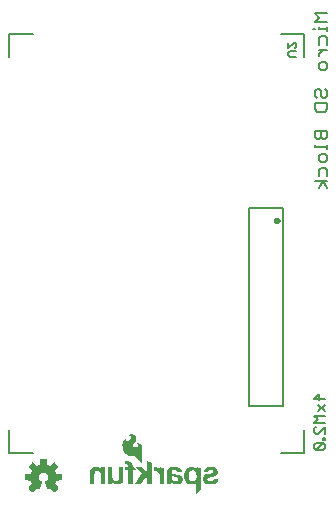
<source format=gbr>
G04 EAGLE Gerber RS-274X export*
G75*
%MOMM*%
%FSLAX34Y34*%
%LPD*%
%INSilkscreen Bottom*%
%IPPOS*%
%AMOC8*
5,1,8,0,0,1.08239X$1,22.5*%
G01*
%ADD10C,0.152400*%
%ADD11C,0.203200*%
%ADD12C,0.304800*%
%ADD13C,0.127000*%

G36*
X67740Y5226D02*
X67740Y5226D01*
X67848Y5236D01*
X67861Y5242D01*
X67875Y5244D01*
X67972Y5292D01*
X68071Y5337D01*
X68084Y5348D01*
X68093Y5352D01*
X68108Y5368D01*
X68185Y5430D01*
X70770Y8015D01*
X70833Y8104D01*
X70899Y8189D01*
X70904Y8202D01*
X70912Y8214D01*
X70943Y8317D01*
X70979Y8420D01*
X70979Y8434D01*
X70983Y8447D01*
X70979Y8555D01*
X70980Y8664D01*
X70975Y8677D01*
X70975Y8691D01*
X70937Y8793D01*
X70902Y8895D01*
X70893Y8910D01*
X70889Y8919D01*
X70875Y8936D01*
X70821Y9018D01*
X68057Y12408D01*
X68614Y13490D01*
X68620Y13510D01*
X68662Y13605D01*
X69033Y14764D01*
X73384Y15207D01*
X73488Y15235D01*
X73594Y15260D01*
X73606Y15267D01*
X73619Y15270D01*
X73709Y15331D01*
X73802Y15388D01*
X73810Y15399D01*
X73822Y15407D01*
X73888Y15493D01*
X73957Y15577D01*
X73961Y15590D01*
X73970Y15601D01*
X74004Y15704D01*
X74043Y15805D01*
X74044Y15823D01*
X74048Y15832D01*
X74048Y15854D01*
X74057Y15952D01*
X74057Y19608D01*
X74040Y19715D01*
X74026Y19823D01*
X74020Y19835D01*
X74018Y19849D01*
X73966Y19945D01*
X73919Y20042D01*
X73909Y20052D01*
X73903Y20064D01*
X73823Y20138D01*
X73747Y20215D01*
X73735Y20221D01*
X73725Y20231D01*
X73626Y20276D01*
X73529Y20324D01*
X73511Y20328D01*
X73502Y20332D01*
X73481Y20334D01*
X73384Y20353D01*
X69033Y20796D01*
X68662Y21955D01*
X68653Y21973D01*
X68651Y21980D01*
X68647Y21987D01*
X68614Y22070D01*
X68057Y23152D01*
X70821Y26542D01*
X70875Y26636D01*
X70932Y26728D01*
X70935Y26741D01*
X70942Y26753D01*
X70963Y26860D01*
X70988Y26965D01*
X70986Y26979D01*
X70989Y26993D01*
X70974Y27100D01*
X70964Y27208D01*
X70958Y27221D01*
X70956Y27235D01*
X70908Y27332D01*
X70863Y27431D01*
X70852Y27444D01*
X70848Y27453D01*
X70832Y27468D01*
X70770Y27545D01*
X68185Y30130D01*
X68096Y30193D01*
X68011Y30259D01*
X67998Y30264D01*
X67986Y30272D01*
X67883Y30303D01*
X67780Y30339D01*
X67766Y30339D01*
X67753Y30343D01*
X67645Y30339D01*
X67536Y30340D01*
X67523Y30335D01*
X67509Y30335D01*
X67407Y30297D01*
X67305Y30262D01*
X67290Y30253D01*
X67281Y30249D01*
X67264Y30235D01*
X67182Y30181D01*
X63792Y27417D01*
X62710Y27974D01*
X62690Y27980D01*
X62595Y28022D01*
X61436Y28393D01*
X60993Y32744D01*
X60965Y32848D01*
X60940Y32954D01*
X60933Y32966D01*
X60930Y32979D01*
X60869Y33069D01*
X60812Y33162D01*
X60801Y33170D01*
X60793Y33182D01*
X60707Y33248D01*
X60623Y33317D01*
X60610Y33321D01*
X60599Y33330D01*
X60496Y33364D01*
X60395Y33403D01*
X60377Y33404D01*
X60368Y33408D01*
X60346Y33408D01*
X60248Y33417D01*
X56592Y33417D01*
X56485Y33400D01*
X56377Y33386D01*
X56365Y33380D01*
X56351Y33378D01*
X56255Y33326D01*
X56158Y33279D01*
X56148Y33269D01*
X56136Y33263D01*
X56062Y33183D01*
X55985Y33107D01*
X55979Y33095D01*
X55969Y33085D01*
X55924Y32986D01*
X55876Y32889D01*
X55872Y32871D01*
X55868Y32862D01*
X55866Y32841D01*
X55847Y32744D01*
X55404Y28393D01*
X54245Y28022D01*
X54227Y28012D01*
X54130Y27974D01*
X53048Y27417D01*
X49658Y30181D01*
X49564Y30235D01*
X49472Y30292D01*
X49459Y30295D01*
X49447Y30302D01*
X49340Y30323D01*
X49235Y30348D01*
X49221Y30346D01*
X49207Y30349D01*
X49100Y30334D01*
X48992Y30324D01*
X48979Y30318D01*
X48966Y30316D01*
X48868Y30268D01*
X48769Y30223D01*
X48756Y30212D01*
X48747Y30208D01*
X48732Y30192D01*
X48655Y30130D01*
X46070Y27545D01*
X46007Y27456D01*
X45941Y27371D01*
X45936Y27358D01*
X45928Y27346D01*
X45897Y27243D01*
X45861Y27140D01*
X45861Y27126D01*
X45857Y27113D01*
X45861Y27005D01*
X45860Y26896D01*
X45865Y26883D01*
X45865Y26869D01*
X45903Y26767D01*
X45938Y26665D01*
X45947Y26650D01*
X45951Y26641D01*
X45965Y26624D01*
X46019Y26542D01*
X48783Y23152D01*
X48226Y22070D01*
X48220Y22050D01*
X48178Y21955D01*
X47807Y20796D01*
X43456Y20353D01*
X43352Y20325D01*
X43246Y20300D01*
X43234Y20293D01*
X43221Y20290D01*
X43131Y20229D01*
X43038Y20172D01*
X43030Y20161D01*
X43018Y20153D01*
X42952Y20067D01*
X42884Y19983D01*
X42879Y19970D01*
X42870Y19959D01*
X42836Y19856D01*
X42797Y19755D01*
X42796Y19737D01*
X42792Y19728D01*
X42793Y19706D01*
X42783Y19608D01*
X42783Y15952D01*
X42800Y15845D01*
X42814Y15737D01*
X42820Y15725D01*
X42822Y15711D01*
X42874Y15615D01*
X42921Y15518D01*
X42931Y15508D01*
X42937Y15496D01*
X43017Y15422D01*
X43093Y15345D01*
X43105Y15339D01*
X43116Y15329D01*
X43214Y15284D01*
X43311Y15236D01*
X43329Y15232D01*
X43338Y15228D01*
X43359Y15226D01*
X43456Y15207D01*
X47807Y14764D01*
X48178Y13605D01*
X48188Y13587D01*
X48226Y13490D01*
X48783Y12408D01*
X46019Y9018D01*
X45965Y8924D01*
X45908Y8832D01*
X45905Y8819D01*
X45898Y8807D01*
X45877Y8700D01*
X45852Y8595D01*
X45854Y8581D01*
X45851Y8567D01*
X45866Y8460D01*
X45876Y8352D01*
X45882Y8339D01*
X45884Y8326D01*
X45932Y8228D01*
X45977Y8129D01*
X45988Y8116D01*
X45992Y8107D01*
X46008Y8092D01*
X46070Y8015D01*
X48655Y5430D01*
X48744Y5367D01*
X48829Y5301D01*
X48842Y5296D01*
X48854Y5288D01*
X48957Y5257D01*
X49060Y5221D01*
X49074Y5221D01*
X49087Y5217D01*
X49195Y5221D01*
X49304Y5220D01*
X49317Y5225D01*
X49331Y5225D01*
X49433Y5263D01*
X49535Y5298D01*
X49550Y5307D01*
X49559Y5311D01*
X49576Y5325D01*
X49658Y5379D01*
X53048Y8143D01*
X54130Y7586D01*
X54183Y7569D01*
X54232Y7543D01*
X54298Y7532D01*
X54362Y7511D01*
X54418Y7512D01*
X54472Y7503D01*
X54539Y7514D01*
X54606Y7515D01*
X54658Y7533D01*
X54713Y7542D01*
X54773Y7574D01*
X54836Y7597D01*
X54879Y7631D01*
X54929Y7657D01*
X54975Y7706D01*
X55027Y7748D01*
X55058Y7795D01*
X55096Y7835D01*
X55152Y7940D01*
X55160Y7953D01*
X55161Y7958D01*
X55165Y7965D01*
X57318Y13162D01*
X57338Y13245D01*
X57343Y13258D01*
X57345Y13274D01*
X57370Y13359D01*
X57369Y13380D01*
X57374Y13400D01*
X57366Y13482D01*
X57367Y13501D01*
X57363Y13521D01*
X57359Y13602D01*
X57352Y13622D01*
X57350Y13643D01*
X57318Y13712D01*
X57312Y13739D01*
X57297Y13763D01*
X57271Y13830D01*
X57258Y13846D01*
X57249Y13865D01*
X57204Y13914D01*
X57184Y13946D01*
X57153Y13971D01*
X57115Y14017D01*
X57092Y14033D01*
X57082Y14043D01*
X57061Y14055D01*
X56996Y14100D01*
X56995Y14101D01*
X56994Y14102D01*
X56095Y14608D01*
X55408Y15252D01*
X54893Y16040D01*
X54581Y16928D01*
X54489Y17865D01*
X54622Y18797D01*
X54973Y19671D01*
X55522Y20436D01*
X56236Y21049D01*
X57076Y21474D01*
X57993Y21688D01*
X58934Y21678D01*
X59846Y21444D01*
X60676Y21001D01*
X61377Y20372D01*
X61909Y19595D01*
X62240Y18714D01*
X62353Y17779D01*
X62245Y16862D01*
X61925Y15994D01*
X61411Y15225D01*
X60732Y14598D01*
X59848Y14103D01*
X59806Y14070D01*
X59764Y14047D01*
X59733Y14014D01*
X59685Y13979D01*
X59673Y13963D01*
X59657Y13950D01*
X59622Y13895D01*
X59597Y13869D01*
X59584Y13839D01*
X59542Y13781D01*
X59536Y13762D01*
X59526Y13745D01*
X59507Y13670D01*
X59497Y13647D01*
X59494Y13623D01*
X59471Y13548D01*
X59472Y13528D01*
X59467Y13508D01*
X59474Y13422D01*
X59473Y13404D01*
X59476Y13388D01*
X59479Y13304D01*
X59487Y13279D01*
X59488Y13265D01*
X59498Y13243D01*
X59522Y13162D01*
X60451Y10919D01*
X60451Y10918D01*
X61382Y8671D01*
X61383Y8671D01*
X61675Y7965D01*
X61704Y7918D01*
X61725Y7866D01*
X61768Y7815D01*
X61804Y7758D01*
X61847Y7723D01*
X61883Y7680D01*
X61940Y7646D01*
X61992Y7603D01*
X62044Y7584D01*
X62092Y7555D01*
X62158Y7541D01*
X62221Y7517D01*
X62276Y7515D01*
X62330Y7504D01*
X62397Y7511D01*
X62464Y7509D01*
X62518Y7525D01*
X62573Y7532D01*
X62684Y7576D01*
X62698Y7580D01*
X62702Y7583D01*
X62710Y7586D01*
X63792Y8143D01*
X67182Y5379D01*
X67276Y5325D01*
X67368Y5268D01*
X67381Y5265D01*
X67393Y5258D01*
X67500Y5237D01*
X67605Y5212D01*
X67619Y5214D01*
X67633Y5211D01*
X67740Y5226D01*
G37*
G36*
X142225Y29039D02*
X142225Y29039D01*
X142225Y29040D01*
X142225Y41840D01*
X142225Y41841D01*
X142025Y43641D01*
X142024Y43641D01*
X142025Y43642D01*
X141825Y44242D01*
X141824Y44242D01*
X141524Y44842D01*
X141524Y44843D01*
X141224Y45343D01*
X141223Y45343D01*
X141223Y45344D01*
X140723Y45644D01*
X140323Y45944D01*
X140322Y45944D01*
X140322Y45945D01*
X139322Y46345D01*
X139321Y46344D01*
X139321Y46345D01*
X138721Y46445D01*
X138720Y46445D01*
X137920Y46445D01*
X137919Y46444D01*
X137919Y46445D01*
X137519Y46345D01*
X137320Y46345D01*
X137319Y46344D01*
X137318Y46344D01*
X137118Y46244D01*
X137117Y46244D01*
X137117Y46242D01*
X137115Y46238D01*
X137117Y46238D01*
X137116Y46236D01*
X137216Y46136D01*
X137218Y46136D01*
X137618Y45936D01*
X137618Y45935D01*
X137917Y45836D01*
X138116Y45636D01*
X138316Y45437D01*
X138516Y45138D01*
X138615Y44839D01*
X138615Y44541D01*
X138515Y44242D01*
X138316Y43843D01*
X138017Y43544D01*
X137718Y43344D01*
X137219Y43145D01*
X136720Y43045D01*
X135921Y43045D01*
X135122Y43245D01*
X134523Y43644D01*
X134124Y44143D01*
X133925Y44741D01*
X133925Y45439D01*
X134224Y46137D01*
X134924Y46937D01*
X135724Y47837D01*
X136424Y48637D01*
X136424Y48638D01*
X136924Y49538D01*
X136924Y49539D01*
X136925Y49539D01*
X137125Y50439D01*
X137125Y50440D01*
X137125Y51240D01*
X137124Y51241D01*
X137125Y51242D01*
X136825Y52142D01*
X136824Y52142D01*
X136824Y52143D01*
X136324Y52843D01*
X136323Y52843D01*
X136323Y52844D01*
X135423Y53644D01*
X135422Y53644D01*
X134322Y54244D01*
X134321Y54244D01*
X134321Y54245D01*
X133221Y54445D01*
X133220Y54445D01*
X132220Y54445D01*
X132219Y54444D01*
X132218Y54445D01*
X131318Y54145D01*
X130518Y53845D01*
X130518Y53844D01*
X129918Y53544D01*
X129917Y53544D01*
X129517Y53244D01*
X129516Y53244D01*
X129416Y53144D01*
X129416Y53142D01*
X129415Y53141D01*
X129416Y53139D01*
X129416Y53137D01*
X129418Y53137D01*
X129420Y53135D01*
X129720Y53135D01*
X129721Y53136D01*
X129722Y53135D01*
X130021Y53235D01*
X130319Y53235D01*
X130719Y53135D01*
X131218Y53035D01*
X131617Y52836D01*
X132016Y52537D01*
X132216Y52238D01*
X132315Y51938D01*
X132316Y51938D01*
X132415Y51738D01*
X132515Y51440D01*
X132415Y51142D01*
X132415Y51141D01*
X132315Y50742D01*
X132116Y50443D01*
X132116Y50442D01*
X131916Y50043D01*
X131617Y49744D01*
X131317Y49544D01*
X130917Y49244D01*
X130618Y49044D01*
X129819Y48645D01*
X129121Y48645D01*
X128822Y48745D01*
X128524Y48943D01*
X128425Y49242D01*
X128325Y49541D01*
X128325Y50340D01*
X128324Y50341D01*
X128325Y50342D01*
X128323Y50342D01*
X128321Y50345D01*
X128319Y50344D01*
X128318Y50344D01*
X127518Y49944D01*
X127517Y49943D01*
X127516Y49943D01*
X126716Y49043D01*
X126016Y47843D01*
X126016Y47842D01*
X126015Y47842D01*
X125515Y46442D01*
X125515Y46441D01*
X125215Y44841D01*
X125216Y44840D01*
X125215Y44840D01*
X125315Y43040D01*
X125316Y43039D01*
X125315Y43039D01*
X125815Y41239D01*
X125816Y41238D01*
X126816Y39438D01*
X126816Y39437D01*
X127516Y38537D01*
X127517Y38537D01*
X127516Y38536D01*
X128316Y37736D01*
X128317Y37736D01*
X129117Y37036D01*
X130117Y36436D01*
X130118Y36436D01*
X130118Y36435D01*
X131118Y36035D01*
X131119Y36036D01*
X131119Y36035D01*
X132219Y35735D01*
X133419Y35535D01*
X133420Y35535D01*
X135320Y35535D01*
X135918Y35435D01*
X136417Y35136D01*
X136917Y34736D01*
X137417Y34336D01*
X137916Y33737D01*
X137917Y33737D01*
X137916Y33736D01*
X139216Y32437D01*
X139716Y31737D01*
X139717Y31737D01*
X139716Y31736D01*
X140316Y31137D01*
X140816Y30537D01*
X140817Y30537D01*
X140816Y30536D01*
X141316Y30037D01*
X141616Y29637D01*
X141617Y29637D01*
X141616Y29636D01*
X141916Y29337D01*
X142116Y29037D01*
X142119Y29036D01*
X142120Y29035D01*
X142220Y29035D01*
X142225Y29039D01*
G37*
G36*
X187921Y3537D02*
X187921Y3537D01*
X187924Y3536D01*
X188823Y4436D01*
X190323Y5636D01*
X190323Y5637D01*
X190324Y5636D01*
X191223Y6536D01*
X191723Y6936D01*
X191724Y6939D01*
X191725Y6940D01*
X191725Y25440D01*
X191722Y25443D01*
X191721Y25445D01*
X191321Y25545D01*
X190821Y25645D01*
X190820Y25645D01*
X190321Y25645D01*
X189921Y25745D01*
X189421Y25845D01*
X189021Y25945D01*
X188021Y26145D01*
X188020Y26144D01*
X188015Y26142D01*
X188016Y26141D01*
X188015Y26140D01*
X188015Y24354D01*
X187624Y24843D01*
X187624Y24844D01*
X187224Y25244D01*
X187223Y25244D01*
X186723Y25644D01*
X185723Y26244D01*
X185721Y26244D01*
X185721Y26245D01*
X184521Y26445D01*
X184520Y26445D01*
X183820Y26445D01*
X183760Y26441D01*
X183685Y26436D01*
X183611Y26431D01*
X183610Y26431D01*
X183536Y26426D01*
X183462Y26421D01*
X183461Y26421D01*
X183387Y26416D01*
X183312Y26411D01*
X183238Y26406D01*
X183163Y26401D01*
X183089Y26396D01*
X183014Y26391D01*
X182940Y26386D01*
X182865Y26381D01*
X182791Y26376D01*
X182716Y26371D01*
X182642Y26366D01*
X182567Y26361D01*
X182493Y26357D01*
X182418Y26352D01*
X182344Y26347D01*
X182343Y26347D01*
X182320Y26345D01*
X182319Y26344D01*
X182318Y26345D01*
X180918Y25845D01*
X180918Y25844D01*
X180917Y25844D01*
X179817Y25144D01*
X179817Y25143D01*
X179816Y25143D01*
X178916Y24143D01*
X178216Y23043D01*
X178216Y23042D01*
X178215Y23041D01*
X177815Y21741D01*
X177515Y20341D01*
X177515Y20340D01*
X177415Y18840D01*
X177515Y17440D01*
X177515Y17439D01*
X177815Y16139D01*
X177816Y16139D01*
X177815Y16138D01*
X178315Y14938D01*
X178316Y14938D01*
X178916Y13838D01*
X178917Y13837D01*
X178916Y13836D01*
X179816Y12936D01*
X179817Y12936D01*
X180917Y12136D01*
X180918Y12136D01*
X180918Y12135D01*
X182118Y11735D01*
X182119Y11736D01*
X182119Y11735D01*
X183619Y11535D01*
X183620Y11536D01*
X183621Y11535D01*
X185421Y11835D01*
X185421Y11836D01*
X185422Y11836D01*
X186022Y12136D01*
X186023Y12136D01*
X187023Y12736D01*
X187023Y12737D01*
X187024Y12737D01*
X187424Y13237D01*
X187822Y13735D01*
X187915Y13735D01*
X187915Y3540D01*
X187916Y3539D01*
X187916Y3537D01*
X187918Y3537D01*
X187919Y3535D01*
X187921Y3537D01*
G37*
G36*
X171921Y11535D02*
X171921Y11535D01*
X172421Y11635D01*
X172920Y11635D01*
X172921Y11636D01*
X172921Y11635D01*
X173321Y11735D01*
X173322Y11736D01*
X173322Y11735D01*
X173822Y11935D01*
X173822Y11936D01*
X174222Y12136D01*
X174223Y12136D01*
X174522Y12336D01*
X174922Y12536D01*
X174923Y12537D01*
X174924Y12536D01*
X175224Y12836D01*
X175224Y12837D01*
X175424Y13137D01*
X175724Y13537D01*
X175924Y13837D01*
X175924Y13839D01*
X175925Y13839D01*
X176025Y14338D01*
X176224Y14738D01*
X176224Y14739D01*
X176225Y14739D01*
X176225Y14740D01*
X176225Y15240D01*
X176325Y15739D01*
X176324Y15740D01*
X176325Y15741D01*
X176125Y16841D01*
X176125Y16842D01*
X175825Y17742D01*
X175824Y17742D01*
X175424Y18442D01*
X175423Y18443D01*
X175423Y18444D01*
X174723Y19044D01*
X174722Y19044D01*
X174022Y19444D01*
X174022Y19445D01*
X173222Y19745D01*
X173221Y19745D01*
X172421Y19945D01*
X169721Y20245D01*
X169021Y20345D01*
X168321Y20545D01*
X167722Y20745D01*
X167223Y21044D01*
X166925Y21442D01*
X166925Y22539D01*
X167224Y23137D01*
X167324Y23236D01*
X167324Y23238D01*
X167424Y23436D01*
X168021Y23735D01*
X168220Y23735D01*
X168221Y23736D01*
X168222Y23736D01*
X168421Y23835D01*
X170219Y23835D01*
X171217Y23336D01*
X171616Y22937D01*
X171715Y22738D01*
X171815Y22438D01*
X171816Y22438D01*
X171915Y22239D01*
X171915Y21740D01*
X171919Y21735D01*
X171920Y21735D01*
X175820Y21735D01*
X175821Y21736D01*
X175825Y21739D01*
X175824Y21740D01*
X175825Y21740D01*
X175825Y21741D01*
X175625Y22941D01*
X175624Y22941D01*
X175625Y22942D01*
X175425Y23542D01*
X175424Y23542D01*
X175424Y23543D01*
X175124Y23943D01*
X174824Y24443D01*
X174524Y24843D01*
X174523Y24843D01*
X174523Y24844D01*
X174123Y25144D01*
X173123Y25744D01*
X173122Y25744D01*
X173122Y25745D01*
X172622Y25945D01*
X172621Y25944D01*
X172621Y25945D01*
X172121Y26045D01*
X171522Y26245D01*
X171521Y26245D01*
X170921Y26345D01*
X170421Y26445D01*
X170420Y26445D01*
X168120Y26445D01*
X168119Y26445D01*
X167620Y26345D01*
X167020Y26345D01*
X167019Y26345D01*
X166519Y26245D01*
X166519Y26244D01*
X166518Y26245D01*
X166019Y26045D01*
X165519Y25945D01*
X165519Y25944D01*
X165518Y25945D01*
X165018Y25745D01*
X165018Y25744D01*
X165017Y25744D01*
X163817Y24844D01*
X163817Y24843D01*
X163816Y24843D01*
X163516Y24443D01*
X163516Y24442D01*
X163316Y24042D01*
X163315Y24042D01*
X163115Y23542D01*
X163116Y23541D01*
X163115Y23541D01*
X163015Y23041D01*
X163015Y23040D01*
X163015Y14341D01*
X162916Y14142D01*
X162916Y14141D01*
X162915Y14140D01*
X162915Y13241D01*
X162816Y13042D01*
X162815Y13041D01*
X162816Y13041D01*
X162815Y13040D01*
X162815Y12841D01*
X162716Y12642D01*
X162716Y12641D01*
X162715Y12640D01*
X162715Y12341D01*
X162616Y12143D01*
X162516Y12044D01*
X162516Y12041D01*
X162515Y12040D01*
X162515Y11940D01*
X162519Y11935D01*
X162520Y11935D01*
X166420Y11935D01*
X166425Y11939D01*
X166425Y11940D01*
X166425Y12038D01*
X166524Y12136D01*
X166524Y12139D01*
X166525Y12140D01*
X166525Y12238D01*
X166624Y12336D01*
X166624Y12338D01*
X166625Y12339D01*
X166625Y12340D01*
X166625Y12638D01*
X166724Y12736D01*
X166724Y12739D01*
X166725Y12740D01*
X166725Y13324D01*
X166916Y13037D01*
X166917Y13037D01*
X166917Y13036D01*
X167217Y12836D01*
X167416Y12636D01*
X167417Y12636D01*
X167717Y12436D01*
X167718Y12436D01*
X167718Y12435D01*
X168018Y12336D01*
X168317Y12136D01*
X168318Y12136D01*
X168318Y12135D01*
X169518Y11735D01*
X169519Y11736D01*
X169520Y11735D01*
X169819Y11735D01*
X170118Y11635D01*
X170119Y11636D01*
X170120Y11635D01*
X170519Y11635D01*
X170818Y11535D01*
X170819Y11536D01*
X170820Y11535D01*
X171920Y11535D01*
X171921Y11535D01*
G37*
G36*
X140922Y11937D02*
X140922Y11937D01*
X140924Y11937D01*
X144821Y18232D01*
X146315Y16838D01*
X146315Y11940D01*
X146319Y11935D01*
X146320Y11935D01*
X150220Y11935D01*
X150225Y11939D01*
X150225Y11940D01*
X150225Y29340D01*
X150223Y29342D01*
X150222Y29344D01*
X146322Y31444D01*
X146321Y31444D01*
X146321Y31445D01*
X146319Y31444D01*
X146316Y31443D01*
X146316Y31441D01*
X146315Y31440D01*
X146315Y21052D01*
X141424Y26143D01*
X141421Y26144D01*
X141420Y26145D01*
X136820Y26145D01*
X136819Y26144D01*
X136817Y26144D01*
X136817Y26142D01*
X136815Y26141D01*
X136817Y26139D01*
X136817Y26136D01*
X142114Y20939D01*
X136216Y11943D01*
X136216Y11941D01*
X136215Y11941D01*
X136216Y11939D01*
X136217Y11936D01*
X136219Y11937D01*
X136220Y11935D01*
X140920Y11935D01*
X140922Y11937D01*
G37*
G36*
X101425Y11939D02*
X101425Y11939D01*
X101425Y11940D01*
X101425Y19940D01*
X101525Y20739D01*
X101625Y21439D01*
X101725Y22038D01*
X102024Y22537D01*
X102323Y22936D01*
X102822Y23235D01*
X103321Y23335D01*
X103920Y23435D01*
X104719Y23335D01*
X105318Y23235D01*
X105817Y22936D01*
X106216Y22437D01*
X106516Y21938D01*
X106815Y21239D01*
X106915Y20339D01*
X106915Y11940D01*
X106919Y11935D01*
X106920Y11935D01*
X110820Y11935D01*
X110825Y11939D01*
X110825Y11940D01*
X110825Y26140D01*
X110821Y26145D01*
X110820Y26145D01*
X107120Y26145D01*
X107115Y26141D01*
X107115Y26140D01*
X107115Y24145D01*
X107023Y24145D01*
X106624Y24743D01*
X106624Y24744D01*
X106224Y25144D01*
X106223Y25144D01*
X105723Y25544D01*
X105123Y25944D01*
X105122Y25944D01*
X105122Y25945D01*
X103922Y26345D01*
X103921Y26345D01*
X103321Y26445D01*
X103320Y26445D01*
X102720Y26445D01*
X102703Y26444D01*
X102633Y26439D01*
X102564Y26434D01*
X102494Y26429D01*
X102425Y26424D01*
X102355Y26419D01*
X102286Y26414D01*
X102216Y26409D01*
X102147Y26404D01*
X102146Y26404D01*
X102077Y26399D01*
X102007Y26394D01*
X101938Y26389D01*
X101868Y26384D01*
X101799Y26379D01*
X101729Y26374D01*
X101660Y26369D01*
X101590Y26364D01*
X101520Y26359D01*
X101451Y26354D01*
X101381Y26349D01*
X101320Y26345D01*
X101319Y26345D01*
X100219Y26045D01*
X100218Y26044D01*
X99318Y25544D01*
X99317Y25543D01*
X99316Y25544D01*
X98616Y24844D01*
X98616Y24843D01*
X98116Y24043D01*
X98116Y24042D01*
X98115Y24041D01*
X97815Y23041D01*
X97615Y21941D01*
X97615Y21940D01*
X97515Y20640D01*
X97515Y11940D01*
X97519Y11935D01*
X97520Y11935D01*
X101420Y11935D01*
X101425Y11939D01*
G37*
G36*
X122420Y11635D02*
X122420Y11635D01*
X122421Y11636D01*
X122422Y11635D01*
X123522Y12035D01*
X123522Y12036D01*
X124422Y12536D01*
X124423Y12536D01*
X125123Y13136D01*
X125123Y13137D01*
X125124Y13138D01*
X125624Y14038D01*
X125625Y14039D01*
X125925Y15039D01*
X126125Y16139D01*
X126125Y16140D01*
X126125Y26140D01*
X126121Y26145D01*
X126120Y26145D01*
X122320Y26145D01*
X122315Y26141D01*
X122315Y26140D01*
X122315Y18140D01*
X122115Y16541D01*
X122015Y15942D01*
X121716Y15543D01*
X121417Y15144D01*
X120918Y14845D01*
X120419Y14745D01*
X119820Y14645D01*
X119021Y14745D01*
X118422Y14845D01*
X117923Y15144D01*
X117524Y15543D01*
X117225Y16142D01*
X116925Y16841D01*
X116825Y17640D01*
X116825Y26140D01*
X116821Y26145D01*
X116820Y26145D01*
X112920Y26145D01*
X112915Y26141D01*
X112915Y26140D01*
X112915Y11940D01*
X112919Y11935D01*
X112920Y11935D01*
X116620Y11935D01*
X116625Y11939D01*
X116625Y11940D01*
X116625Y13935D01*
X116717Y13935D01*
X117116Y13337D01*
X117516Y12837D01*
X117517Y12837D01*
X117517Y12836D01*
X118017Y12436D01*
X118018Y12436D01*
X118618Y12136D01*
X118618Y12135D01*
X119118Y11935D01*
X119718Y11735D01*
X119719Y11736D01*
X119719Y11735D01*
X120419Y11635D01*
X121019Y11535D01*
X121020Y11536D01*
X121020Y11535D01*
X122420Y11635D01*
G37*
G36*
X201020Y11635D02*
X201020Y11635D01*
X201021Y11635D01*
X202221Y11835D01*
X203321Y12135D01*
X203322Y12136D01*
X204322Y12636D01*
X204323Y12636D01*
X205123Y13336D01*
X205123Y13337D01*
X205124Y13337D01*
X205824Y14237D01*
X205824Y14238D01*
X205825Y14238D01*
X206225Y15238D01*
X206224Y15239D01*
X206225Y15239D01*
X206425Y16539D01*
X206425Y16540D01*
X206421Y16545D01*
X206421Y16544D01*
X206420Y16545D01*
X202720Y16545D01*
X202715Y16541D01*
X202715Y16540D01*
X202715Y15941D01*
X202516Y15443D01*
X202216Y15044D01*
X201817Y14744D01*
X201418Y14445D01*
X200819Y14345D01*
X200319Y14245D01*
X199720Y14145D01*
X199321Y14245D01*
X199320Y14244D01*
X199320Y14245D01*
X198921Y14245D01*
X198522Y14345D01*
X198123Y14544D01*
X197723Y14844D01*
X197425Y15143D01*
X197325Y15541D01*
X197225Y15940D01*
X197325Y16338D01*
X197524Y16737D01*
X197923Y17036D01*
X198422Y17335D01*
X199021Y17535D01*
X200621Y17935D01*
X201621Y18135D01*
X202521Y18335D01*
X202521Y18336D01*
X202522Y18335D01*
X203322Y18635D01*
X204022Y18935D01*
X204022Y18936D01*
X204722Y19336D01*
X204723Y19336D01*
X205323Y19736D01*
X205323Y19737D01*
X205324Y19737D01*
X205724Y20337D01*
X205724Y20338D01*
X205725Y20338D01*
X206025Y21038D01*
X206024Y21039D01*
X206025Y21039D01*
X206125Y21939D01*
X206125Y21940D01*
X206025Y23140D01*
X206024Y23141D01*
X206025Y23142D01*
X205625Y24142D01*
X205624Y24142D01*
X205624Y24143D01*
X204924Y24943D01*
X204923Y24943D01*
X204923Y24944D01*
X204223Y25544D01*
X204222Y25544D01*
X203222Y26044D01*
X203221Y26044D01*
X203221Y26045D01*
X202221Y26245D01*
X201121Y26445D01*
X201120Y26445D01*
X198820Y26445D01*
X198819Y26445D01*
X197719Y26245D01*
X196719Y25945D01*
X196718Y25944D01*
X196718Y25945D01*
X195818Y25545D01*
X195818Y25544D01*
X195817Y25544D01*
X195017Y24944D01*
X195017Y24943D01*
X195016Y24943D01*
X194416Y24143D01*
X194416Y24142D01*
X193916Y23142D01*
X193916Y23141D01*
X193915Y23141D01*
X193715Y21941D01*
X193716Y21940D01*
X193719Y21935D01*
X193719Y21936D01*
X193720Y21935D01*
X197420Y21935D01*
X197424Y21938D01*
X197425Y21939D01*
X197525Y22439D01*
X197724Y22938D01*
X197924Y23236D01*
X198222Y23436D01*
X198622Y23636D01*
X199121Y23835D01*
X200819Y23835D01*
X201118Y23735D01*
X201119Y23735D01*
X201519Y23635D01*
X201817Y23536D01*
X202215Y22938D01*
X202215Y22541D01*
X202115Y22142D01*
X201816Y21744D01*
X201417Y21444D01*
X200818Y21145D01*
X200219Y20945D01*
X199419Y20845D01*
X197019Y20245D01*
X196119Y20045D01*
X196118Y20044D01*
X194718Y19244D01*
X194717Y19244D01*
X194117Y18744D01*
X194117Y18743D01*
X194116Y18743D01*
X193716Y18143D01*
X193716Y18142D01*
X193715Y18142D01*
X193415Y17442D01*
X193416Y17441D01*
X193415Y17441D01*
X193315Y16541D01*
X193316Y16540D01*
X193315Y16539D01*
X193515Y15239D01*
X193516Y15239D01*
X193515Y15238D01*
X193915Y14138D01*
X193916Y14138D01*
X193916Y14137D01*
X194516Y13337D01*
X194517Y13337D01*
X194517Y13336D01*
X195317Y12636D01*
X195318Y12636D01*
X196318Y12136D01*
X196319Y12135D01*
X197419Y11835D01*
X198619Y11635D01*
X198620Y11635D01*
X199820Y11535D01*
X201020Y11635D01*
G37*
G36*
X133825Y11939D02*
X133825Y11939D01*
X133825Y11940D01*
X133825Y23535D01*
X137720Y23535D01*
X137722Y23536D01*
X137724Y23537D01*
X137723Y23538D01*
X137725Y23539D01*
X137723Y23541D01*
X137723Y23544D01*
X137323Y23844D01*
X135724Y25444D01*
X135723Y25444D01*
X135324Y25744D01*
X135024Y26143D01*
X135021Y26144D01*
X135020Y26145D01*
X133825Y26145D01*
X133825Y28140D01*
X133824Y28141D01*
X133825Y28142D01*
X133525Y28942D01*
X133225Y29642D01*
X133224Y29642D01*
X133224Y29643D01*
X132724Y30243D01*
X132723Y30243D01*
X132723Y30244D01*
X132023Y30744D01*
X132022Y30744D01*
X131222Y31144D01*
X131221Y31145D01*
X130221Y31445D01*
X130221Y31444D01*
X130220Y31445D01*
X127320Y31445D01*
X127319Y31444D01*
X127318Y31444D01*
X127118Y31344D01*
X127117Y31341D01*
X127115Y31340D01*
X127115Y28540D01*
X127119Y28535D01*
X127120Y28535D01*
X128819Y28535D01*
X129218Y28435D01*
X129617Y28236D01*
X129816Y27938D01*
X129915Y27739D01*
X129915Y27340D01*
X129916Y27339D01*
X129915Y27339D01*
X130015Y26939D01*
X130015Y26145D01*
X127320Y26145D01*
X127315Y26141D01*
X127315Y26140D01*
X127315Y23540D01*
X127319Y23535D01*
X127320Y23535D01*
X130015Y23535D01*
X130015Y11940D01*
X130019Y11935D01*
X130020Y11935D01*
X133820Y11935D01*
X133825Y11939D01*
G37*
G36*
X160825Y11939D02*
X160825Y11939D01*
X160825Y11940D01*
X160825Y25440D01*
X160822Y25444D01*
X160821Y25445D01*
X160321Y25545D01*
X159921Y25645D01*
X159920Y25644D01*
X159920Y25645D01*
X159420Y25645D01*
X158921Y25745D01*
X158521Y25845D01*
X158021Y25945D01*
X157521Y26045D01*
X157121Y26145D01*
X157120Y26144D01*
X157115Y26142D01*
X157116Y26141D01*
X157115Y26140D01*
X157115Y23459D01*
X156724Y24142D01*
X156724Y24143D01*
X156324Y24643D01*
X155824Y25243D01*
X155823Y25243D01*
X155823Y25244D01*
X155323Y25644D01*
X155322Y25644D01*
X154622Y26044D01*
X154622Y26045D01*
X154022Y26245D01*
X154021Y26245D01*
X153321Y26445D01*
X153321Y26444D01*
X153320Y26445D01*
X151920Y26445D01*
X151918Y26443D01*
X151916Y26444D01*
X151818Y26345D01*
X151720Y26345D01*
X151715Y26341D01*
X151715Y26340D01*
X151715Y22740D01*
X151719Y22735D01*
X151720Y22735D01*
X151820Y22735D01*
X151821Y22736D01*
X151822Y22736D01*
X152021Y22835D01*
X153120Y22835D01*
X154119Y22735D01*
X154918Y22535D01*
X155617Y22136D01*
X156116Y21537D01*
X156515Y20838D01*
X156715Y20139D01*
X156915Y19239D01*
X156915Y11940D01*
X156919Y11935D01*
X156920Y11935D01*
X160820Y11935D01*
X160825Y11939D01*
G37*
%LPC*%
G36*
X183821Y14645D02*
X183821Y14645D01*
X183022Y14845D01*
X182424Y15343D01*
X182024Y15843D01*
X181725Y16542D01*
X181425Y17341D01*
X181325Y18140D01*
X181325Y19840D01*
X181425Y20639D01*
X181725Y21438D01*
X182024Y22137D01*
X182523Y22736D01*
X183122Y23136D01*
X183821Y23435D01*
X184720Y23535D01*
X185519Y23435D01*
X186317Y23136D01*
X186817Y22736D01*
X187316Y22137D01*
X187615Y21438D01*
X187915Y20639D01*
X188015Y19840D01*
X188015Y18141D01*
X187815Y17341D01*
X187615Y16542D01*
X187316Y15843D01*
X186817Y15344D01*
X186218Y14844D01*
X185519Y14645D01*
X184620Y14545D01*
X183821Y14645D01*
G37*
%LPD*%
%LPC*%
G36*
X170020Y14145D02*
X170020Y14145D01*
X169521Y14245D01*
X169520Y14245D01*
X169021Y14245D01*
X168622Y14444D01*
X168621Y14445D01*
X168222Y14545D01*
X167923Y14744D01*
X167724Y14943D01*
X167524Y15243D01*
X167524Y15244D01*
X167324Y15443D01*
X167225Y15742D01*
X167125Y16042D01*
X167124Y16042D01*
X167025Y16242D01*
X166925Y16541D01*
X166925Y18828D01*
X167116Y18636D01*
X167119Y18636D01*
X167120Y18635D01*
X167319Y18635D01*
X167718Y18436D01*
X167719Y18436D01*
X167720Y18435D01*
X167919Y18435D01*
X168118Y18336D01*
X168119Y18336D01*
X168120Y18335D01*
X168519Y18335D01*
X168718Y18236D01*
X168719Y18236D01*
X168720Y18235D01*
X168919Y18235D01*
X169218Y18135D01*
X169219Y18136D01*
X169220Y18135D01*
X169619Y18135D01*
X169918Y18035D01*
X169919Y18036D01*
X169920Y18035D01*
X170319Y18035D01*
X170518Y17936D01*
X170519Y17936D01*
X170520Y17935D01*
X170719Y17935D01*
X171018Y17835D01*
X171217Y17736D01*
X171316Y17636D01*
X171318Y17636D01*
X171717Y17436D01*
X171816Y17336D01*
X171818Y17336D01*
X172016Y17236D01*
X172315Y16639D01*
X172315Y16440D01*
X172316Y16439D01*
X172316Y16438D01*
X172415Y16239D01*
X172415Y15741D01*
X172315Y15442D01*
X172315Y15441D01*
X172316Y15441D01*
X172315Y15440D01*
X172315Y15241D01*
X172216Y15043D01*
X172116Y14944D01*
X172116Y14942D01*
X172016Y14744D01*
X171818Y14644D01*
X171817Y14643D01*
X171816Y14644D01*
X171717Y14544D01*
X171319Y14345D01*
X171120Y14345D01*
X171119Y14344D01*
X171118Y14344D01*
X170919Y14245D01*
X170720Y14245D01*
X170719Y14244D01*
X170718Y14244D01*
X170519Y14145D01*
X170020Y14145D01*
G37*
%LPD*%
D10*
X296418Y84143D02*
X287775Y84143D01*
X292096Y88465D01*
X292096Y82703D01*
X290656Y79110D02*
X296418Y73347D01*
X290656Y73347D02*
X296418Y79110D01*
X296418Y69754D02*
X287775Y69754D01*
X290656Y66873D01*
X287775Y63992D01*
X296418Y63992D01*
X296418Y60399D02*
X296418Y54637D01*
X296418Y60399D02*
X290656Y54637D01*
X289215Y54637D01*
X287775Y56078D01*
X287775Y58959D01*
X289215Y60399D01*
X294977Y51044D02*
X296418Y51044D01*
X294977Y51044D02*
X294977Y49603D01*
X296418Y49603D01*
X296418Y51044D01*
X294977Y46366D02*
X289215Y46366D01*
X287775Y44926D01*
X287775Y42045D01*
X289215Y40604D01*
X294977Y40604D01*
X296418Y42045D01*
X296418Y44926D01*
X294977Y46366D01*
X289215Y40604D01*
D11*
X288027Y410464D02*
X298704Y410464D01*
X291586Y406905D02*
X288027Y410464D01*
X291586Y406905D02*
X288027Y403346D01*
X298704Y403346D01*
X291586Y398770D02*
X291586Y396991D01*
X298704Y396991D01*
X298704Y398770D02*
X298704Y395211D01*
X288027Y396991D02*
X286247Y396991D01*
X291586Y389195D02*
X291586Y383856D01*
X291586Y389195D02*
X293365Y390974D01*
X296925Y390974D01*
X298704Y389195D01*
X298704Y383856D01*
X298704Y379280D02*
X291586Y379280D01*
X295145Y379280D02*
X291586Y375721D01*
X291586Y373942D01*
X298704Y367756D02*
X298704Y364197D01*
X296925Y362417D01*
X293365Y362417D01*
X291586Y364197D01*
X291586Y367756D01*
X293365Y369535D01*
X296925Y369535D01*
X298704Y367756D01*
X288027Y340809D02*
X289806Y339029D01*
X288027Y340809D02*
X288027Y344368D01*
X289806Y346147D01*
X291586Y346147D01*
X293365Y344368D01*
X293365Y340809D01*
X295145Y339029D01*
X296925Y339029D01*
X298704Y340809D01*
X298704Y344368D01*
X296925Y346147D01*
X298704Y334453D02*
X288027Y334453D01*
X298704Y334453D02*
X298704Y329115D01*
X296925Y327335D01*
X289806Y327335D01*
X288027Y329115D01*
X288027Y334453D01*
X288027Y311065D02*
X298704Y311065D01*
X288027Y311065D02*
X288027Y305727D01*
X289806Y303947D01*
X291586Y303947D01*
X293365Y305727D01*
X295145Y303947D01*
X296925Y303947D01*
X298704Y305727D01*
X298704Y311065D01*
X293365Y311065D02*
X293365Y305727D01*
X288027Y299371D02*
X288027Y297592D01*
X298704Y297592D01*
X298704Y299371D02*
X298704Y295812D01*
X298704Y289796D02*
X298704Y286237D01*
X296925Y284457D01*
X293365Y284457D01*
X291586Y286237D01*
X291586Y289796D01*
X293365Y291575D01*
X296925Y291575D01*
X298704Y289796D01*
X291586Y278102D02*
X291586Y272763D01*
X291586Y278102D02*
X293365Y279881D01*
X296925Y279881D01*
X298704Y278102D01*
X298704Y272763D01*
X298704Y268187D02*
X288027Y268187D01*
X295145Y268187D02*
X298704Y262849D01*
X295145Y268187D02*
X291586Y262849D01*
D12*
X255400Y234800D02*
X255402Y234863D01*
X255408Y234925D01*
X255418Y234987D01*
X255431Y235049D01*
X255449Y235109D01*
X255470Y235168D01*
X255495Y235226D01*
X255524Y235282D01*
X255556Y235336D01*
X255591Y235388D01*
X255629Y235437D01*
X255671Y235485D01*
X255715Y235529D01*
X255763Y235571D01*
X255812Y235609D01*
X255864Y235644D01*
X255918Y235676D01*
X255974Y235705D01*
X256032Y235730D01*
X256091Y235751D01*
X256151Y235769D01*
X256213Y235782D01*
X256275Y235792D01*
X256337Y235798D01*
X256400Y235800D01*
X256463Y235798D01*
X256525Y235792D01*
X256587Y235782D01*
X256649Y235769D01*
X256709Y235751D01*
X256768Y235730D01*
X256826Y235705D01*
X256882Y235676D01*
X256936Y235644D01*
X256988Y235609D01*
X257037Y235571D01*
X257085Y235529D01*
X257129Y235485D01*
X257171Y235437D01*
X257209Y235388D01*
X257244Y235336D01*
X257276Y235282D01*
X257305Y235226D01*
X257330Y235168D01*
X257351Y235109D01*
X257369Y235049D01*
X257382Y234987D01*
X257392Y234925D01*
X257398Y234863D01*
X257400Y234800D01*
X257398Y234737D01*
X257392Y234675D01*
X257382Y234613D01*
X257369Y234551D01*
X257351Y234491D01*
X257330Y234432D01*
X257305Y234374D01*
X257276Y234318D01*
X257244Y234264D01*
X257209Y234212D01*
X257171Y234163D01*
X257129Y234115D01*
X257085Y234071D01*
X257037Y234029D01*
X256988Y233991D01*
X256936Y233956D01*
X256882Y233924D01*
X256826Y233895D01*
X256768Y233870D01*
X256709Y233849D01*
X256649Y233831D01*
X256587Y233818D01*
X256525Y233808D01*
X256463Y233802D01*
X256400Y233800D01*
X256337Y233802D01*
X256275Y233808D01*
X256213Y233818D01*
X256151Y233831D01*
X256091Y233849D01*
X256032Y233870D01*
X255974Y233895D01*
X255918Y233924D01*
X255864Y233956D01*
X255812Y233991D01*
X255763Y234029D01*
X255715Y234071D01*
X255671Y234115D01*
X255629Y234163D01*
X255591Y234212D01*
X255556Y234264D01*
X255524Y234318D01*
X255495Y234374D01*
X255470Y234432D01*
X255449Y234491D01*
X255431Y234551D01*
X255418Y234613D01*
X255408Y234675D01*
X255402Y234737D01*
X255400Y234800D01*
D11*
X260800Y245800D02*
X260800Y77800D01*
X260800Y245800D02*
X232000Y245800D01*
X232000Y77800D01*
X260800Y77800D01*
X259400Y393100D02*
X279400Y393100D01*
X49400Y393100D02*
X29400Y393100D01*
X29400Y373100D01*
X29400Y58100D02*
X29400Y38100D01*
X49400Y38100D01*
X259400Y38100D02*
X279400Y38100D01*
X279400Y58100D01*
X279400Y373100D02*
X279400Y393100D01*
D13*
X272611Y373687D02*
X266891Y373687D01*
X265747Y374831D01*
X265747Y377119D01*
X266891Y378263D01*
X272611Y378263D01*
X265747Y381171D02*
X265747Y385747D01*
X265747Y381171D02*
X270323Y385747D01*
X271467Y385747D01*
X272611Y384603D01*
X272611Y382315D01*
X271467Y381171D01*
M02*

</source>
